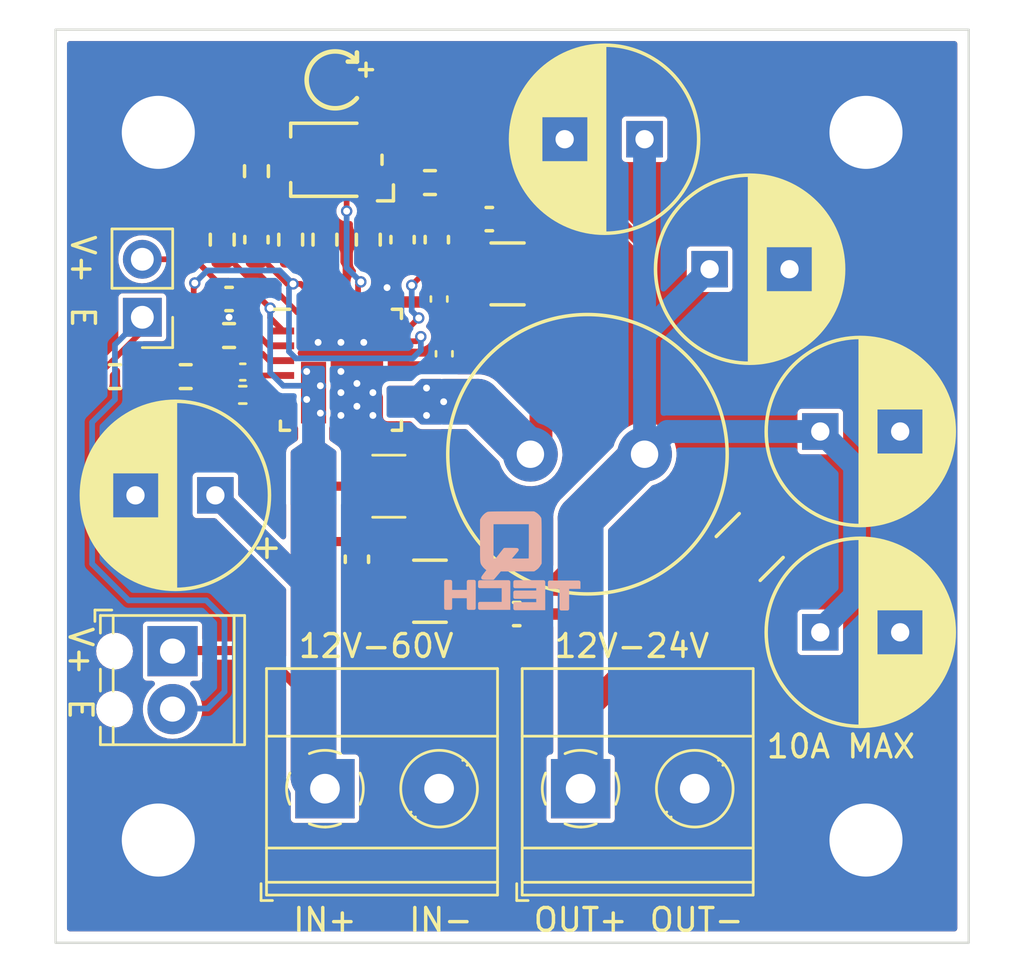
<source format=kicad_pcb>
(kicad_pcb (version 20211014) (generator pcbnew)

  (general
    (thickness 1.6)
  )

  (paper "A4")
  (layers
    (0 "F.Cu" signal)
    (31 "B.Cu" signal)
    (32 "B.Adhes" user "B.Adhesive")
    (33 "F.Adhes" user "F.Adhesive")
    (34 "B.Paste" user)
    (35 "F.Paste" user)
    (36 "B.SilkS" user "B.Silkscreen")
    (37 "F.SilkS" user "F.Silkscreen")
    (38 "B.Mask" user)
    (39 "F.Mask" user)
    (40 "Dwgs.User" user "User.Drawings")
    (41 "Cmts.User" user "User.Comments")
    (42 "Eco1.User" user "User.Eco1")
    (43 "Eco2.User" user "User.Eco2")
    (44 "Edge.Cuts" user)
    (45 "Margin" user)
    (46 "B.CrtYd" user "B.Courtyard")
    (47 "F.CrtYd" user "F.Courtyard")
    (48 "B.Fab" user)
    (49 "F.Fab" user)
    (50 "User.1" user)
    (51 "User.2" user)
    (52 "User.3" user)
    (53 "User.4" user)
    (54 "User.5" user)
    (55 "User.6" user)
    (56 "User.7" user)
    (57 "User.8" user)
    (58 "User.9" user)
  )

  (setup
    (stackup
      (layer "F.SilkS" (type "Top Silk Screen") (color "White"))
      (layer "F.Paste" (type "Top Solder Paste"))
      (layer "F.Mask" (type "Top Solder Mask") (color "Purple") (thickness 0.01))
      (layer "F.Cu" (type "copper") (thickness 0.035))
      (layer "dielectric 1" (type "core") (thickness 1.51) (material "FR4") (epsilon_r 4.5) (loss_tangent 0.02))
      (layer "B.Cu" (type "copper") (thickness 0.035))
      (layer "B.Mask" (type "Bottom Solder Mask") (color "Purple") (thickness 0.01))
      (layer "B.Paste" (type "Bottom Solder Paste"))
      (layer "B.SilkS" (type "Bottom Silk Screen") (color "White"))
      (copper_finish "None")
      (dielectric_constraints no)
    )
    (pad_to_mask_clearance 0)
    (pcbplotparams
      (layerselection 0x00010fc_ffffffff)
      (disableapertmacros false)
      (usegerberextensions false)
      (usegerberattributes true)
      (usegerberadvancedattributes true)
      (creategerberjobfile true)
      (svguseinch false)
      (svgprecision 6)
      (excludeedgelayer true)
      (plotframeref false)
      (viasonmask false)
      (mode 1)
      (useauxorigin false)
      (hpglpennumber 1)
      (hpglpenspeed 20)
      (hpglpendiameter 15.000000)
      (dxfpolygonmode true)
      (dxfimperialunits true)
      (dxfusepcbnewfont true)
      (psnegative false)
      (psa4output false)
      (plotreference true)
      (plotvalue true)
      (plotinvisibletext false)
      (sketchpadsonfab false)
      (subtractmaskfromsilk false)
      (outputformat 1)
      (mirror false)
      (drillshape 1)
      (scaleselection 1)
      (outputdirectory "")
    )
  )

  (net 0 "")
  (net 1 "Net-(C1-Pad2)")
  (net 2 "VCC")
  (net 3 "GND")
  (net 4 "/VOUT/VSNS")
  (net 5 "/VOUT/VOUT+")
  (net 6 "unconnected-(U1-Pad15)")
  (net 7 "Net-(R1-Pad1)")
  (net 8 "/VOUT/SW")
  (net 9 "Net-(R4-Pad2)")
  (net 10 "Net-(R5-Pad2)")
  (net 11 "Net-(R6-Pad2)")
  (net 12 "/VOUT/VFB")
  (net 13 "Net-(R3-Pad2)")
  (net 14 "Net-(C2-Pad2)")
  (net 15 "Net-(C3-Pad2)")
  (net 16 "Net-(C4-Pad1)")
  (net 17 "Net-(C4-Pad2)")
  (net 18 "Net-(C5-Pad1)")
  (net 19 "Net-(C10-Pad2)")
  (net 20 "Net-(R2-Pad2)")
  (net 21 "Net-(R7-Pad1)")
  (net 22 "Net-(R8-Pad1)")
  (net 23 "Net-(R10-Pad2)")

  (footprint "MountingHole:MountingHole_3.2mm_M3_Pad" (layer "F.Cu") (at 35.5 35.5))

  (footprint "Resistor_SMD:R_0603_1608Metric" (layer "F.Cu") (at 11.8 9.2 -90))

  (footprint "Resistor_SMD:R_0603_1608Metric" (layer "F.Cu") (at 10.3 9.2 -90))

  (footprint "Capacitor_SMD:C_1210_3225Metric" (layer "F.Cu") (at 14.6 20))

  (footprint "Resistor_SMD:R_0603_1608Metric" (layer "F.Cu") (at 2.6 15.2 180))

  (footprint "TerminalBlock_Phoenix:TerminalBlock_Phoenix_MKDS-1,5-2_1x02_P5.00mm_Horizontal" (layer "F.Cu") (at 23 33.25))

  (footprint "SiC46x:Vishay_PowerPAK_MLP55-27L_R" (layer "F.Cu") (at 12.5 14.9))

  (footprint "TerminalBlock_Phoenix:TerminalBlock_Phoenix_MKDS-1,5-2_1x02_P5.00mm_Horizontal" (layer "F.Cu") (at 11.8 33.25))

  (footprint "Resistor_SMD:R_0603_1608Metric" (layer "F.Cu") (at 16.4 6.7))

  (footprint "MountingHole:MountingHole_3.2mm_M3_Pad" (layer "F.Cu") (at 4.5 35.5))

  (footprint "Capacitor_THT:CP_Radial_D8.0mm_P3.50mm" (layer "F.Cu") (at 33.497656 26.4))

  (footprint "Capacitor_SMD:C_0603_1608Metric" (layer "F.Cu") (at 7.6 11.8 180))

  (footprint "Inductor_THT:L_Radial_D12.0mm_P5.00mm_Neosid_SD12_style2" (layer "F.Cu") (at 20.8 18.6))

  (footprint "Capacitor_SMD:C_0402_1005Metric" (layer "F.Cu") (at 8.2 15 180))

  (footprint "Capacitor_THT:CP_Radial_D8.0mm_P3.50mm" (layer "F.Cu") (at 28.65 10.494401))

  (footprint "Resistor_SMD:R_0603_1608Metric" (layer "F.Cu") (at 13.7 9.2 90))

  (footprint "Capacitor_SMD:C_0603_1608Metric" (layer "F.Cu") (at 13.2 23.2 -90))

  (footprint "Capacitor_THT:CP_Radial_D8.0mm_P3.50mm" (layer "F.Cu") (at 25.8 4.8 180))

  (footprint "Resistor_SMD:R_0603_1608Metric" (layer "F.Cu") (at 5.7 15.2))

  (footprint "Resistor_SMD:R_0603_1608Metric" (layer "F.Cu") (at 7.3 9.2 -90))

  (footprint "Resistor_SMD:R_0603_1608Metric" (layer "F.Cu") (at 7.6 13.4))

  (footprint "TerminalBlock_Phoenix:TerminalBlock_Phoenix_MPT-0,5-2-2.54_1x02_P2.54mm_Horizontal" (layer "F.Cu") (at 5.122863 27.224182 -90))

  (footprint "MountingHole:MountingHole_3.2mm_M3_Pad" (layer "F.Cu") (at 35.5 4.5))

  (footprint "Connector_PinHeader_2.54mm:PinHeader_1x02_P2.54mm_Vertical" (layer "F.Cu") (at 3.8 12.6 180))

  (footprint "Resistor_SMD:R_1210_3225Metric" (layer "F.Cu") (at 19.8 10.7 180))

  (footprint "Capacitor_SMD:C_0402_1005Metric" (layer "F.Cu") (at 16.8 11.8 90))

  (footprint "Capacitor_SMD:C_1210_3225Metric" (layer "F.Cu") (at 30.406942 22.662502 45))

  (footprint "Capacitor_THT:CP_Radial_D8.0mm_P3.50mm" (layer "F.Cu") (at 33.497656 17.603823))

  (footprint "Resistor_SMD:R_0402_1005Metric" (layer "F.Cu") (at 8.2 16 180))

  (footprint "MountingHole:MountingHole_3.2mm_M3_Pad" (layer "F.Cu") (at 4.5 4.5))

  (footprint "Capacitor_SMD:C_0603_1608Metric" (layer "F.Cu") (at 20.2 25.6 180))

  (footprint "Capacitor_SMD:C_0603_1608Metric" (layer "F.Cu") (at 8.8 9.2 -90))

  (footprint "Capacitor_THT:CP_Radial_D8.0mm_P3.50mm" (layer "F.Cu")
    (tedit 5AE50EF0) (tstamp dd627b3a-68f4-449a-9406-7b0726586f19)
    (at 7 20.4 180)
    (descr "CP, Radial series, Radial, pin pitch=3.50mm, , diameter=8mm, Electrolytic Capacitor")
    (tags "CP Radial series Radial pin pitch 3.50mm  diameter 8mm Electrolytic Capacitor")
    (property "Sheetfile" "VIN.kicad_sch")
    (property "Sheetname" "VIN")
    (path "/787c8bbb-82f8-4e63-a469-4fa950a0018e/4d5cd20f-d277-40f0-8830-a2ea32ef2941")
    (attr through_hole)
    (fp_text reference "C6" (at -3.5 -0.2 90 unlocked) (layer "F.SilkS") hide
      (effects (font (size 1 1) (thickness 0.15)))
      (tstamp 29255feb-546a-4d5f-a650-965f39571e3e)
    )
    (fp_text value "27uF 75V" (at 1.75 5.25) (layer "F.Fab")
      (effects (font (size 1 1) (thickness 0.15)))
      (tstamp b70a302e-4764-4c53-92cc-3a08077370cc)
    )
    (fp_text user "${REFERENCE}" (at 1.75 0) (layer "F.Fab")
      (effects (font (size 1 1) (thickness 0.15)))
      (tstamp b9bdea15-dc8b-4eec-9e09-452872121ec4)
    )
    (fp_line (start 4.511 -3.019) (end 4.511 -1.04) (layer "F.SilkS") (width 0.153) (tstamp 001bee80-e76d-4221-b237-c8af1b594c54))
    (fp_line (start 2.671 1.04) (end 2.671 3.976) (layer "F.SilkS") (width 0.153) (tstamp 00a15cea-3226-4b61-8347-e67c820f32e7))
    (fp_line (start 5.551 -1.552) (end 5.551 1.552) (layer "F.SilkS") (width 0.153) (tstamp 075b3990-76a1-42d8-90bc-3e111e253f9b))
    (fp_line (start 2.631 -3.985) (end 2.631 -1.04) (layer "F.SilkS") (width 0.153) (tstamp 08da4983-8bdc-4e7d-a14e-a73621b41b54))
    (fp_line (start 3.511 1.04) (end 3.511 3.686) (layer "F.SilkS") (width 0.153) (tstamp 096217ce-d400-4b97-a72b-6847ebf0e8c7))
    (fp_line (start 3.751 1.04) (end 3.751 3.562) (layer "F.SilkS") (width 0.153) (tstamp 09c9252f-8bf3-4139-b351-3243cb7f7547))
    (fp_line (start 1.87 -4.079) (end 1.87 4.079) (layer "F.SilkS") (width 0.153) (tstamp 0b812470-7680-4ea9-9ba7-d344918b9950))
    (fp_line (start 3.111 -3.85) (end 3.111 -1.04) (layer "F.SilkS") (width 0.153) (tstamp 0bcd9473-b40a-46d5-ae98-02067ad26f10))
    (fp_line (start 4.471 1.04) (end 4.471 3.055) (layer "F.SilkS") (width 0.153) (tstamp 0be26d1a-cb01-4f20-8ba5-3598013abb74))
    (fp_line (start 4.431 -3.09) (end 4.431 -1.04) (layer "F.SilkS") (width 0.153) (tstamp 0e53899a-d379-480d-8a90-0493c5432080))
    (fp_line (start 4.911 -2.604) (end 4.911 2.604) (layer "F.SilkS") (width 0.153) (tstamp 0ec1e0e6-6e0a-4be3-a2a9-f55bf59aee28))
    (fp_line (start 3.991 -3.418) (end 3.991 -1.04) (layer "F.SilkS") (width 0.153) (tstamp 1028cf3a-fa28-4be3-a82d-b24f95de7def))
    (fp_line (start 2.31 -4.042) (end 2.31 4.042) (layer "F.SilkS") (width 0.153) (tstamp 113b592f-84df-4220-b9cb-872c83ba70d5))
    (fp_line (start 5.671 -1.229) (end 5.671 1.229) (layer "F.SilkS") (width 0.153) (tstamp 13207724-ce9a-4eb7-81cb-1b792ab7a65f))
    (fp_line (start 5.831 -0.533) (end 5.831 0.533) (layer "F.SilkS") (width 0.153) (tstamp 19368c2a-2314-458d-9418-fe98dd13e4b1))
    (fp_line (start 2.551 -4.002) (end 2.551 -1.04) (layer "F.SilkS") (width 0.153) (tstamp 1aea8315-b040-4a53-b914-4f8e34558ef2))
    (fp_line (start 1.91 -4.077) (end 1.91 4.077) (layer "F.SilkS") (width 0.153) (tstamp 1c0c0da5-3b2f-44a1-b58a-11e38d16b5a7))
    (fp_line (start 2.03 -4.071) (end 2.03 4.071) (layer "F.SilkS") (width 0.153) (tstamp 1c0e8a88-0fef-47ad-8c14-ce8ccd2fca48))
    (fp_line (start -2.259698 -2.715) (end -2.259698 -1.915) (layer "F.SilkS") (width 0.153) (tstamp 1c877d7d-c52c-4b78-af6e-ccd54dfaac5b))
    (fp_line (start 3.711 -3.584) (end 3.711 -1.04) (layer "F.SilkS") (width 0.153) (tstamp 1cfa88cf-0f0b-4270-a6b3-fb04f047c5f5))
    (fp_line (start 3.591 1.04) (end 3.591 3.647) (layer "F.SilkS") (width 0.153) (tstamp 1e1e97a6-a4b2-4d0c-a9e6-e5a986115786))
    (fp_line (start 2.35 -4.037) (end 2.35 4.037) (layer "F.SilkS") (width 0.153) (tstamp 220314d0-1b97-4466-a171-7cc77bed5776))
    (fp_line (start 4.151 -3.309) (end 4.151 -1.04) (layer "F.SilkS") (width 0.153) (tstamp 2362e161-982f-4fa9-ae3b-22b8a687c859))
    (fp_line (start 3.391 -3.74) (end 3.391 -1.04) (layer "F.SilkS") (width 0.153) (tstamp 241d2c11-9f14-4593-9e1a-014b4717eba2))
    (fp_line (start 3.831 -3.517) (end 3.831 -1.04) (layer "F.SilkS") (width 0.153) (tstamp 247aa347-d703-4e16-afd8-1f9722587ddf))
    (fp_line (start 2.591 -3.994) (end 2.591 -1.04) (layer "F.SilkS") (width 0.153) (tstamp 2627cba9-01db-472f-a4b1-fc9cc1b235d3))
    (fp_line (start 3.991 1.04) (end 3.991 3.418) (layer "F.SilkS") (width 0.153) (tstamp 29a4588f-6336-4c8b-89f9-d3149c7f7ade))
    (fp_line (start 4.671 -2.867) (end 4.671 2.867) (layer "F.SilkS") (width 0.153) (tstamp 2bbb9a98-95f2-4141-ab6b-66b74a787dd4))
    (fp_line (start 3.831 1.04) (end 3.831 3.517) (layer "F.SilkS") (width 0.153) (tstamp 2e080f77-6f1e-415a-acf2-097169d49730))
    (fp_line (start 4.591 -2.945) (end 4.591 2.945) (layer "F.SilkS") (width 0.153) (tstamp 2e626a36-cdc7-4e67-b587-70cbacbc6bdf))
    (fp_line (start 3.871 -3.493) (end 3.871 -1.04) (layer "F.SilkS") (width 0.153) (tstamp 2f4cc109-3a21-495e-af0b-cb851f238607))
    (fp_line (start 3.671 -3.606) (end 3.671 -1.04) (layer "F.SilkS") (width 0.153) (tstamp 3556b975-3cdd-48e7-9660-dcaa2d9b31fb))
    (fp_line (start 3.631 1.04) (end 3.631 3.627) (layer "F.SilkS") (width 0.153) (tstamp 37528016-d4c9-4f6a-ae6b-edcb7e885acd))
    (fp_line (start 4.631 -2.907) (end 4.631 2.907) (layer "F.SilkS") (width 0.153) (tstamp 375b9875-633b-4ad6-aca3-aa30676790fb))
    (fp_line (start 3.511 -3.686) (end 3.511 -1.04) (layer "F.SilkS") (width 0.153) (tstamp 3abf2670-c093-46c2-8e9e-cb42c8fc47f1))
    (fp_line (start 3.271 1.04) (end 3.271 3.79) (layer "F.SilkS") (width 0.153) (tstamp 3b22a66b-ae35-4961-a7c4-657c87cf16d2))
    (fp_line (start 4.071 -3.365) (end 4.071 -1.04) (layer "F.SilkS") (width 0.153) (tstamp 3b9dce0f-8a13-4c74-a888-2f7d727f5117))
    (fp_line (start 3.871 1.04) (end 3.871 3.493) (layer "F.SilkS") (width 0.153) (tstamp 3bee962c-fd21-4188-8673-d8948ec2509a))
    (fp_line (start 3.791 1.04) (end 3.791 3.54) (layer "F.SilkS") (width 0.153) (tstamp 3cc2d259-4d62-4ea5-9a52-4c1c58e838a4))
    (fp_line (start 2.43 -4.024) (end 2.43 4.024) (layer "F.SilkS") (width 0.153) (tstamp 4238e22f-f42e-47df-9468-87cd60176ba1))
    (fp_line (start 3.471 1.04) (end 3.471 3.704) (layer "F.SilkS") (width 0.153) (tstamp 4347d73f-e066-41c3-9bbf-37160a2516e6))
    (fp_line (start 4.031 -3.392) (end 4.031 -1.04) (layer "F.SilkS") (width 0.153) (tstamp 44c2485d-f07e-4082-9359-ca71a5ef12fc))
    (fp_line (start 4.391 -3.124) (end 4.391 -1.04) (layer "F.SilkS") (width 0.153) (tstamp 462cbbc6-e055-4a97-9dc5-95ebae4e9bce))
    (fp_line (start 1.95 -4.076) (end 1.95 4.076) (layer "F.SilkS") (width 0.153) (tstamp 46b6ba92-692b-4e62-bbf3-a46ba3426894))
    (fp_line (start 4.951 -2.556) (end 4.951 2.556) (layer "F.SilkS") (width 0.153) (tstamp 497e6aae-865b-498c-8115-d788eee987e0))
    (fp_line (start 3.791 -3.54) (end 3.791 -1.04) (layer "F.SilkS") (width 0.153) (tstamp 4a27e1b8-84ce-431a-9f31-24cd4da497d4))
    (fp_line (start 4.991 -2.505) (end 4.991 2.505) (layer "F.SilkS") (width 0.153) (tstamp 4d364b91-f361-4098-bff6-6f72dad45ef1))
    (fp_line (start 3.351 -3.757) (end 3.351 -1.04) (layer "F.SilkS") (width 0.153) (tstamp 54ab80eb-2d8f-4281-833e-bfcaf4f88834))
    (fp_line (start 2.551 1.04) (end 2.551 4.002) (layer "F.SilkS") (width 0.153) (tstamp 54d15ae3-8f71-4cdc-aa46-e48f48167115))
    (fp_line (start 2.591 1.04) (end 2.591 3.994) (layer "F.SilkS") (width 0.153) (tstamp 55548726-025e-4a71-9681-9f1b481a86fa))
    (fp_line (start 5.151 -2.287) (end 5.151 2.287) (layer "F.SilkS") (width 0.153) (tstamp 563fb908-784f-4130-bab3-15da37cc4d84))
    (fp_line (start 5.711 -1.098) (end 5.711 1.098) (layer "F.SilkS") (width 0.153) (tstamp 56ab468a-609e-407c-9068-10f5e6ed28c2))
    (fp_line (start 4.751 -2.784) (end 4.751 2.784) (layer "F.SilkS") (width 0.153) (tstamp 5bab88e7-81a9-4c3d-9293-d778b2c3b24e))
    (fp_line (start 2.951 -3.902) (end 2.951 -1.04) (layer "F.SilkS") (width 0.153) (tstamp 5ca00ef5-b260-4e08-9092-5ca614b88460))
    (fp_line (start 4.151 1.04) (end 4.151 3.309) (layer "F.SilkS") (width 0.153) (tstamp 5cc520ea-5916-4f98-bc44-63692d305bed))
    (fp_line (start 3.911 1.04) (end 3.911 3.469) (layer "F.SilkS") (width 0.153) (tstamp 5ce1423d-394b-4501-9deb-b4cbbd43ea84))
    (fp_line (start 4.031 1.04) (end 4.031 3.392) (layer "F.SilkS") (width 0.153) (tstamp 5dec9732-207e-402f-97d4-353b10620f9b))
    (fp_line (start 5.791 -0.768) (end 5.791 0.768) (layer "F.SilkS") (width 0.153) (tstamp 5ec21a6e-005a-4977-a4d3-150b4a88b0ac))
    (fp_line (start 4.271 1.04) (end 4.271 3.22) (layer "F.SilkS") (width 0.153) (tstamp 5f0c5bba-9710-4a26-a88b-34f68087e47c))
    (fp_line (start 3.551 1.04) (end 3.551 3.666) (layer "F.SilkS") (width 0.153) (tstamp 5fcf274c-6563-4a3b-94f8-7ab7509b9b89))
    (fp_line (start 5.311 -2.034) (end 5.311 2.034) (layer "F.SilkS") (width 0.153) (tstamp 62669983-7a92-4854-8298-e7b5b8366436))
    (fp_line (start 5.751 -0.948) (end 5.751 0.948) (layer "F.SilkS") (width 0.153) (tstamp 637fa9f0-0d02-4c3c-b350-a509be70ac32))
    (fp_line (start 5.071 -2.4) (end 5.071 2.4) (layer "F.SilkS") (width 0.153) (tstamp 65f45bed-1c77-40a6-96db-bf184876633c))
    (fp_line (start 2.951 1.04) (end 2.951 3.902) (layer "F.SilkS") (width 0.153) (tstamp 68e234ec-6c37-4742-b6e3-0020fb83d0aa))
    (fp_line (start 3.111 1.04) (end 3.111 3.85) (layer "F.SilkS") (width 0.153) (tstamp 6ad56825-55a3-432d-ac7e-87a440c4b46a))
    (fp_line (start 3.231 1.04) (end 3.231 3.805) (layer "F.SilkS") (width 0.153) (tstamp 6b0cd3cf-f318-4f38-952f-6bab20f2808a))
    (fp_line (start 4.351 -3.156) (end 4.351 -1.04) (layer "F.SilkS") (width 0.153) (tstamp 6bd1c72b-c870-422b-a7ea-d124fef240ef))
    (fp_line (start 2.471 1.04) (end 2.471 4.017) (layer "F.SilkS") (width 0.153) (tstamp 6c92560f-ca2d-4079-8250-5868393e66de))
    (fp_line (start 4.231 -3.25) (end 4.231 -1.04) (layer "F.SilkS") (width 0.153) (tstamp 709ab379-05aa-4d2b-a5cd-d23a8e0d5384))
    (fp_line (start 2.39 -4.03) (end 2.39 4.03) (layer "F.SilkS") (width 0.153) (tstamp 745d76b4-b61e-441c-be9c-52d50b40303d))
    (fp_line (start 2.27 -4.048) (end 2.27 4.048) (layer "F.SilkS") (width 0.153) (tstamp 7721ca01-7753-4dad-bccc-b852be20823c))
    (fp_line (start 4.311 1.04) (end 4.311 3.189) (layer "F.SilkS") (width 0.153) (tstamp 773cdc3b-ae58-4771-9e9d-f3fa4960d2e9))
    (fp_line (start 5.431 -1.813) (end 5.431 1.813) (layer "F.SilkS") (width 0.153) (tstamp 77f6e18c-188e-4aa0-a4ae-4c4d1b76388d))
    (fp_line (start 3.231 -3.805) (end 3.231 -1.04) (layer "F.SilkS") (width 0.153) (tstamp 79fd98f2-b30b-47d6-8395-0e5cc2292099))
    (fp_line (start 2.751 1.04) (end 2.751 3.957) (layer "F.SilkS") (width 0.153) (tstamp 7abd9797-52d9-43cc-9a0e-fd64b3e48b71))
    (fp_line (start 3.351 1.04) (end 3.351 3.757) (layer "F.SilkS") (width 0.153) (tstamp 7c1d0643-1a19-4172-95a6-ab55e0bd6f1a))
    (fp_line (start 2.911 1.04) (end 2.911 3.914) (layer "F.SilkS") (width 0.153) (tstamp 7f07f799-8798-4317-a387-34fb32e6088f))
    (fp_line (start 4.471 -3.055) (end 4.471 -1.04) (layer "F.SilkS") (width 0.153) (tstamp 7f81b7b2-e090-4037-a816-34bfbf6a405f))
    (fp_line (start 3.191 1.04) (end 3.191 3.821) (layer "F.SilkS") (width 0.153) (tstamp 80a6b29f-ef2c-461f-85dc-dc9ae3c52261))
    (fp_line (start 2.711 -3.967) (end 2.711 -1.04) (layer "F.SilkS") (width 0.153) (tstamp 80e94c71-b8b4-40f5-88a5-2e68a1c578c1))
    (fp_line (start 4.431 1.04) (end 4.431 3.09) (layer "F.SilkS") (width 0.153) (tstamp 81f0841a-52ec-4ebe-b02b-4f5f89356ff7))
    (fp_line (start 3.431 1.04) (end 3.431 3.722) (layer "F.SilkS") (width 0.153) (tstamp 824a8281-7309-41b5-bcb3-79d85e570c7c))
    (fp_line (start 2.751 -3.957) (end 2.751 -1.04) (layer "F.SilkS") (width 0.153) (tstamp 82d7314e-21a3-4fca-96dc-e828d131176b))
    (fp_line (start 4.831 -2.697) (end 4.831 2.697) (layer "F.SilkS") (width 0.153) (tstamp 837eadfe-5190-4bcf-b88b-a0a02adad475))
    (fp_line (start 5.111 -2.345) (end 5.111 2.345) (layer "F.SilkS") (width 0.153) (tstamp 8b63ab7f-bdde-450b-a797-89aa4e9a2dff))
    (fp_line (start 5.511 -1.645) (end 5.511 1.645) (layer "F.SilkS") (width 0.153) (tstamp 8bd3e879-dab2-490a-b597-ca5470ad7e8b))
    (fp_line (start 5.391 -1.89) (end 5.391 1.89) (layer "F.SilkS") (width 0.153) (tstamp 8c6ecb4d-feab-4a0a-a5ce-839fa2e32a1d))
    (fp_line (start 5.631 -1.346) (end 5.631 1.346) (layer "F.SilkS") (width 0.153) (tstamp 8d245db9-d2bf-4ff3-bf12-d430948afb34))
    (fp_line (start 3.271 -3.79) (end 3.271 -1.04) (layer "F.SilkS") (width 0.153) (tstamp 8e065284-371a-46ae-b354-447b19f9ddfd))
    (fp_line (start 2.631 1.04) (end 2.631 3.985) (layer "F.SilkS") (width 0.153) (tstamp 8e1ba1c8-52d9-4c8c-9874-dfc6fb25764e))
    (fp_line (start 3.311 -3.774) (end 3.311 -1.04) (layer "F.SilkS") (width 0.153) (tstamp 8e8d505a-3c1d-40b3-a75d-0bbd29638cc7))
    (fp_line (start 3.151 1.04) (end 3.151 3.835) (layer "F.SilkS") (width 0.153) (tstamp 8ef930d7-384c-4582-810c-81124cd5d08d))
    (fp_line (start 2.831 1.04) (end 2.831 3.936) (layer "F.SilkS") (width 0.153) (tstamp 91470140-12ad-4717-8d95-eb4fa3075653))
    (
... [232030 chars truncated]
</source>
